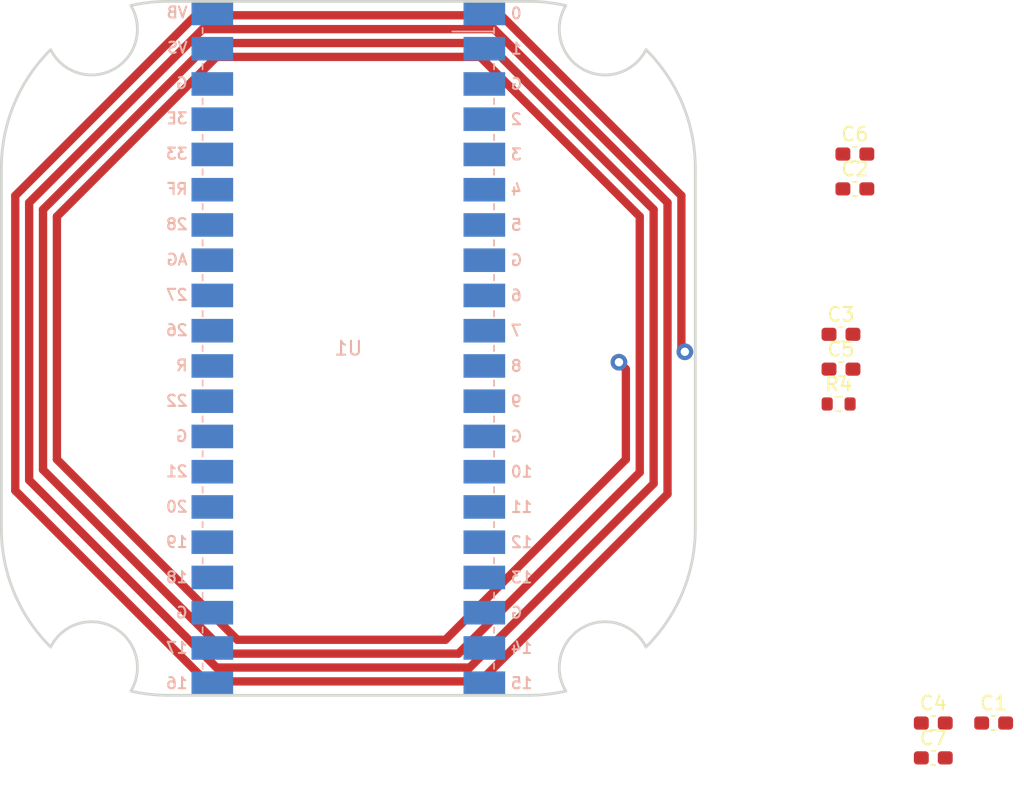
<source format=kicad_pcb>
(kicad_pcb (version 20211014) (generator pcbnew)
  (title_block (title "Teeny Controller for IIDX"))
  (layers (0 "F.Cu" signal) (31 "B.Cu" signal) (34 "B.Paste" user) (35 "F.Paste" user) (36 "B.SilkS" user "B.Silkscreen") (37 "F.SilkS" user "F.Silkscreen") (38 "B.Mask" user) (39 "F.Mask" user) (44 "Edge.Cuts" user))
  (net 0 "")
  (net 1 "+5V")
  (net 2 "GND")
  (net 3 "+3V3")
  (net 5 "Net-(R4-Pad2)")
  (net 12 "/SDA")
  (net 13 "/SCL")
  (footprint "Capacitor_SMD:C_0603_1608Metric_Pad1.08x0.95mm_HandSolder" (layer "F.Cu") (at 181.82 140.4)
    (fp_text reference "C1" (at 0 -1.43) (layer "F.SilkS"))
    (fp_text value "0.1uF")
    (fp_line (start -0.146267 -0.51) (end 0.146267 -0.51) (layer "F.SilkS") (width 0.12))
    (fp_line (start -0.146267 0.51) (end 0.146267 0.51) (layer "F.SilkS") (width 0.12))
    (pad "1" smd roundrect (at -0.8625 0) (size 1.075 0.95) (layers "F.Cu" "F.Paste" "F.Mask") (net 1 "+5V"))
    (pad "2" smd roundrect (at 0.8625 0) (size 1.075 0.95) (layers "F.Cu" "F.Paste" "F.Mask") (net 2 "GND"))
  )
  (footprint "Capacitor_SMD:C_0603_1608Metric_Pad1.08x0.95mm_HandSolder" (layer "F.Cu") (at 170.82 114.9)
    (fp_text reference "C5" (at 0 -1.43) (layer "F.SilkS"))
    (fp_text value "0.1uF")
    (fp_line (start -0.146267 -0.51) (end 0.146267 -0.51) (layer "F.SilkS") (width 0.12))
    (fp_line (start -0.146267 0.51) (end 0.146267 0.51) (layer "F.SilkS") (width 0.12))
    (pad "1" smd roundrect (at -0.8625 0) (size 1.075 0.95) (layers "F.Cu" "F.Paste" "F.Mask") (net 3 "+3V3"))
    (pad "2" smd roundrect (at 0.8625 0) (size 1.075 0.95) (layers "F.Cu" "F.Paste" "F.Mask") (net 2 "GND"))
  )
  (footprint "Capacitor_SMD:C_0603_1608Metric_Pad1.08x0.95mm_HandSolder" (layer "F.Cu") (at 171.82 99.4)
    (fp_text reference "C6" (at 0 -1.43) (layer "F.SilkS"))
    (fp_text value "0.1uF")
    (fp_line (start -0.146267 0.51) (end 0.146267 0.51) (layer "F.SilkS") (width 0.12))
    (fp_line (start -0.146267 -0.51) (end 0.146267 -0.51) (layer "F.SilkS") (width 0.12))
    (pad "1" smd roundrect (at -0.8625 0) (size 1.075 0.95) (layers "F.Cu" "F.Paste" "F.Mask") (net 3 "+3V3"))
    (pad "2" smd roundrect (at 0.8625 0) (size 1.075 0.95) (layers "F.Cu" "F.Paste" "F.Mask") (net 2 "GND"))
  )
  (footprint "Capacitor_SMD:C_0603_1608Metric_Pad1.08x0.95mm_HandSolder" (layer "F.Cu") (at 177.47 142.91)
    (fp_text reference "C7" (at 0 -1.43) (layer "F.SilkS"))
    (fp_text value "0.1uF")
    (fp_line (start -0.146267 -0.51) (end 0.146267 -0.51) (layer "F.SilkS") (width 0.12))
    (fp_line (start -0.146267 0.51) (end 0.146267 0.51) (layer "F.SilkS") (width 0.12))
    (pad "1" smd roundrect (at -0.8625 0) (size 1.075 0.95) (layers "F.Cu" "F.Paste" "F.Mask") (net 3 "+3V3"))
    (pad "2" smd roundrect (at 0.8625 0) (size 1.075 0.95) (layers "F.Cu" "F.Paste" "F.Mask") (net 2 "GND"))
  )
  (footprint "Resistor_SMD:R_0603_1608Metric" (layer "F.Cu") (at 170.65 117.41)
    (fp_text reference "R4" (at 0 -1.43) (layer "F.SilkS"))
    (fp_text value "10")
    (fp_line (start -0.237258 -0.5225) (end 0.237258 -0.5225) (layer "F.SilkS") (width 0.12))
    (fp_line (start -0.237258 0.5225) (end 0.237258 0.5225) (layer "F.SilkS") (width 0.12))
    (pad "1" smd roundrect (at -0.825 0) (size 0.8 0.95) (layers "F.Cu" "F.Paste" "F.Mask"))
    (pad "2" smd roundrect (at 0.825 0) (size 0.8 0.95) (layers "F.Cu" "F.Paste" "F.Mask") (net 5 "Net-(R4-Pad2)"))
  )
  (footprint "Capacitor_SMD:C_0603_1608Metric_Pad1.08x0.95mm_HandSolder" (layer "F.Cu") (at 171.82 101.91)
    (fp_text reference "C2" (at 0 -1.43) (layer "F.SilkS"))
    (fp_text value "0.1uF")
    (fp_line (start -0.146267 -0.51) (end 0.146267 -0.51) (layer "F.SilkS") (width 0.12))
    (fp_line (start -0.146267 0.51) (end 0.146267 0.51) (layer "F.SilkS") (width 0.12))
    (pad "1" smd roundrect (at -0.8625 0) (size 1.075 0.95) (layers "F.Cu" "F.Paste" "F.Mask") (net 1 "+5V"))
    (pad "2" smd roundrect (at 0.8625 0) (size 1.075 0.95) (layers "F.Cu" "F.Paste" "F.Mask") (net 2 "GND"))
  )
  (footprint "Capacitor_SMD:C_0603_1608Metric_Pad1.08x0.95mm_HandSolder" (layer "F.Cu") (at 177.47 140.4)
    (fp_text reference "C4" (at 0 -1.43) (layer "F.SilkS"))
    (fp_text value "0.1uF")
    (fp_line (start -0.146267 -0.51) (end 0.146267 -0.51) (layer "F.SilkS") (width 0.12))
    (fp_line (start -0.146267 0.51) (end 0.146267 0.51) (layer "F.SilkS") (width 0.12))
    (pad "1" smd roundrect (at -0.8625 0) (size 1.075 0.95) (layers "F.Cu" "F.Paste" "F.Mask") (net 3 "+3V3"))
    (pad "2" smd roundrect (at 0.8625 0) (size 1.075 0.95) (layers "F.Cu" "F.Paste" "F.Mask") (net 2 "GND"))
  )
  (footprint "Capacitor_SMD:C_0603_1608Metric_Pad1.08x0.95mm_HandSolder" (layer "F.Cu") (at 170.82 112.39)
    (fp_text reference "C3" (at 0 -1.43) (layer "F.SilkS"))
    (fp_text value "0.1uF")
    (fp_line (start -0.146267 -0.51) (end 0.146267 -0.51) (layer "F.SilkS") (width 0.12))
    (fp_line (start -0.146267 0.51) (end 0.146267 0.51) (layer "F.SilkS") (width 0.12))
    (pad "1" smd roundrect (at -0.8625 0) (size 1.075 0.95) (layers "F.Cu" "F.Paste" "F.Mask") (net 1 "+5V"))
    (pad "2" smd roundrect (at 0.8625 0) (size 1.075 0.95) (layers "F.Cu" "F.Paste" "F.Mask") (net 2 "GND"))
  )
  (footprint "aic_pico:RPi_Pico_SMD_No_USB" (layer "B.Cu") (at 135.32 113.4 180)
    (fp_text reference "U1" (at 0 0) (layer "B.SilkS") (effects (justify mirror)))
    (fp_text value "Pico")
    (fp_text user "9" (at -12.1 -3.81) (layer "B.SilkS") (effects (font (size 0.8 0.8)) (justify mirror)))
    (fp_text user "14" (at -12.480952 -21.59) (layer "B.SilkS") (effects (font (size 0.8 0.8)) (justify mirror)))
    (fp_text user "21" (at 12.361905 -8.867892) (layer "B.SilkS") (effects (font (size 0.8 0.8)) (justify mirror)))
    (fp_text user "33" (at 12.361905 14.025264) (layer "B.SilkS") (effects (font (size 0.8 0.8)) (justify mirror)))
    (fp_text user "22" (at 12.361905 -3.780524) (layer "B.SilkS") (effects (font (size 0.8 0.8)) (justify mirror)))
    (fp_text user "G" (at -12.119047 -6.35) (layer "B.SilkS") (effects (font (size 0.8 0.8)) (justify mirror)))
    (fp_text user "8" (at -12.1 -1.27) (layer "B.SilkS") (effects (font (size 0.8 0.8)) (justify mirror)))
    (fp_text user "5" (at -12.1 8.89) (layer "B.SilkS") (effects (font (size 0.8 0.8)) (justify mirror)))
    (fp_text user "20" (at 12.361905 -11.411576) (layer "B.SilkS") (effects (font (size 0.8 0.8)) (justify mirror)))
    (fp_text user "7" (at -12.1 1.27) (layer "B.SilkS") (effects (font (size 0.8 0.8)) (justify mirror)))
    (fp_text user "12" (at -12.480952 -13.97) (layer "B.SilkS") (effects (font (size 0.8 0.8)) (justify mirror)))
    (fp_text user "18" (at 12.361905 -16.498944) (layer "B.SilkS") (effects (font (size 0.8 0.8)) (justify mirror)))
    (fp_text user "2" (at -12.1 16.51) (layer "B.SilkS") (effects (font (size 0.8 0.8)) (justify mirror)))
    (fp_text user "1" (at -12.1 21.59) (layer "B.SilkS") (effects (font (size 0.8 0.8)) (justify mirror)))
    (fp_text user "0" (at -12.1 24.13) (layer "B.SilkS") (effects (font (size 0.8 0.8)) (justify mirror)))
    (fp_text user "11" (at -12.480952 -11.43) (layer "B.SilkS") (effects (font (size 0.8 0.8)) (justify mirror)))
    (fp_text user "15" (at -12.480952 -24.13) (layer "B.SilkS") (effects (font (size 0.8 0.8)) (justify mirror)))
    (fp_text user "28" (at 12.361905 8.937896) (layer "B.SilkS") (effects (font (size 0.8 0.8)) (justify mirror)))
    (fp_text user "AG" (at 12.342857 6.394212) (layer "B.SilkS") (effects (font (size 0.8 0.8)) (justify mirror)))
    (fp_text user "26" (at 12.361905 1.306844) (layer "B.SilkS") (effects (font (size 0.8 0.8)) (justify mirror)))
    (fp_text user "19" (at 12.361905 -13.95526) (layer "B.SilkS") (effects (font (size 0.8 0.8)) (justify mirror)))
    (fp_text user "VB" (at 12.342857 24.2) (layer "B.SilkS") (effects (font (size 0.8 0.8)) (justify mirror)))
    (fp_text user "10" (at -12.480952 -8.89) (layer "B.SilkS") (effects (font (size 0.8 0.8)) (justify mirror)))
    (fp_text user "16" (at 12.361905 -24.13) (layer "B.SilkS") (effects (font (size 0.8 0.8)) (justify mirror)))
    (fp_text user "G" (at 12 -6.324208) (layer "B.SilkS") (effects (font (size 0.8 0.8)) (justify mirror)))
    (fp_text user "G" (at -12.119047 6.35) (layer "B.SilkS") (effects (font (size 0.8 0.8)) (justify mirror)))
    (fp_text user "3" (at -12.1 13.97) (layer "B.SilkS") (effects (font (size 0.8 0.8)) (justify mirror)))
    (fp_text user "G" (at 12 19.112632) (layer "B.SilkS") (effects (font (size 0.8 0.8)) (justify mirror)))
    (fp_text user "13" (at -12.480952 -16.51) (layer "B.SilkS") (effects (font (size 0.8 0.8)) (justify mirror)))
    (fp_text user "G" (at 12 -19.042628) (layer "B.SilkS") (effects (font (size 0.8 0.8)) (justify mirror)))
    (fp_text user "G" (at -12.119047 -19.05) (layer "B.SilkS") (effects (font (size 0.8 0.8)) (justify mirror)))
    (fp_text user "VS" (at 12.323809 21.656316) (layer "B.SilkS") (effects (font (size 0.8 0.8)) (justify mirror)))
    (fp_text user "R" (at 12 -1.23684) (layer "B.SilkS") (effects (font (size 0.8 0.8)) (justify mirror)))
    (fp_text user "RF" (at 12.342857 11.48158) (layer "B.SilkS") (effects (font (size 0.8 0.8)) (justify mirror)))
    (fp_text user "3E" (at 12.342857 16.568948) (layer "B.SilkS") (effects (font (size 0.8 0.8)) (justify mirror)))
    (fp_text user "4" (at -12.1 11.43) (layer "B.SilkS") (effects (font (size 0.8 0.8)) (justify mirror)))
    (fp_text user "6" (at -12.1 3.81) (layer "B.SilkS") (effects (font (size 0.8 0.8)) (justify mirror)))
    (fp_text user "G" (at -12.119047 19.05) (layer "B.SilkS") (effects (font (size 0.8 0.8)) (justify mirror)))
    (fp_text user "27" (at 12.361905 3.850528) (layer "B.SilkS") (effects (font (size 0.8 0.8)) (justify mirror)))
    (fp_text user "17" (at 12.361905 -21.586312) (layer "B.SilkS") (effects (font (size 0.8 0.8)) (justify mirror)))
    (fp_line (start -10.5 -4.9) (end -10.5 -5.3) (layer "B.SilkS") (width 0.12))
    (fp_line (start -10.5 0.2) (end -10.5 -0.2) (layer "B.SilkS") (width 0.12))
    (fp_line (start 10.5 -22.7) (end 10.5 -23.1) (layer "B.SilkS") (width 0.12))
    (fp_line (start -10.5 -17.6) (end -10.5 -18) (layer "B.SilkS") (width 0.12))
    (fp_line (start 10.5 15.4) (end 10.5 15) (layer "B.SilkS") (width 0.12))
    (fp_line (start 10.5 18) (end 10.5 17.6) (layer "B.SilkS") (width 0.12))
    (fp_line (start 10.5 -17.6) (end 10.5 -18) (layer "B.SilkS") (width 0.12))
    (fp_line (start -10.5 -12.5) (end -10.5 -12.9) (layer "B.SilkS") (width 0.12))
    (fp_line (start -10.5 12.9) (end -10.5 12.5) (layer "B.SilkS") (width 0.12))
    (fp_line (start 10.5 7.8) (end 10.5 7.4) (layer "B.SilkS") (width 0.12))
    (fp_line (start 10.5 -4.9) (end 10.5 -5.3) (layer "B.SilkS") (width 0.12))
    (fp_line (start 10.5 10.4) (end 10.5 10) (layer "B.SilkS") (width 0.12))
    (fp_line (start 10.5 2.7) (end 10.5 2.3) (layer "B.SilkS") (width 0.12))
    (fp_line (start -10.5 2.7) (end -10.5 2.3) (layer "B.SilkS") (width 0.12))
    (fp_line (start 10.5 -10) (end 10.5 -10.4) (layer "B.SilkS") (width 0.12))
    (fp_line (start -10.5 -2.3) (end -10.5 -2.7) (layer "B.SilkS") (width 0.12))
    (fp_line (start -10.5 -20.1) (end -10.5 -20.5) (layer "B.SilkS") (width 0.12))
    (fp_line (start 10.5 -12.5) (end 10.5 -12.9) (layer "B.SilkS") (width 0.12))
    (fp_line (start 10.5 -15.1) (end 10.5 -15.5) (layer "B.SilkS") (width 0.12))
    (fp_line (start 10.5 0.2) (end 10.5 -0.2) (layer "B.SilkS") (width 0.12))
    (fp_line (start 10.5 20.5) (end 10.5 20.1) (layer "B.SilkS") (width 0.12))
    (fp_line (start -10.5 18) (end -10.5 17.6) (layer "B.SilkS") (width 0.12))
    (fp_line (start 10.5 23.1) (end 10.5 22.7) (layer "B.SilkS") (width 0.12))
    (fp_line (start -10.5 5.3) (end -10.5 4.9) (layer "B.SilkS") (width 0.12))
    (fp_line (start -10.5 23.1) (end -10.5 22.7) (layer "B.SilkS") (width 0.12))
    (fp_line (start 10.5 12.9) (end 10.5 12.5) (layer "B.SilkS") (width 0.12))
    (fp_line (start -10.5 20.5) (end -10.5 20.1) (layer "B.SilkS") (width 0.12))
    (fp_line (start -10.5 7.8) (end -10.5 7.4) (layer "B.SilkS") (width 0.12))
    (fp_line (start 10.5 -2.3) (end 10.5 -2.7) (layer "B.SilkS") (width 0.12))
    (fp_line (start -10.5 -22.7) (end -10.5 -23.1) (layer "B.SilkS") (width 0.12))
    (fp_line (start -10.5 -15.1) (end -10.5 -15.5) (layer "B.SilkS") (width 0.12))
    (fp_line (start -10.5 15.4) (end -10.5 15) (layer "B.SilkS") (width 0.12))
    (fp_line (start -10.5 22.833) (end -7.493 22.833) (layer "B.SilkS") (width 0.12))
    (fp_line (start -10.5 -10) (end -10.5 -10.4) (layer "B.SilkS") (width 0.12))
    (fp_line (start 10.5 5.3) (end 10.5 4.9) (layer "B.SilkS") (width 0.12))
    (fp_line (start 10.5 -20.1) (end 10.5 -20.5) (layer "B.SilkS") (width 0.12))
    (fp_line (start 10.5 -7.4) (end 10.5 -7.8) (layer "B.SilkS") (width 0.12))
    (fp_line (start -10.5 -7.4) (end -10.5 -7.8) (layer "B.SilkS") (width 0.12))
    (fp_line (start -10.5 10.4) (end -10.5 10) (layer "B.SilkS") (width 0.12))
    (pad "1" smd rect (at -9.8 24.13 180) (size 3 1.7) (layers "B.Cu" "B.Mask"))
    (pad "2" smd rect (at -9.8 21.59 180) (size 3 1.7) (layers "B.Cu" "B.Mask"))
    (pad "3" smd rect (at -9.8 19.05 180) (size 3 1.7) (layers "B.Cu" "B.Mask") (net 2 "GND"))
    (pad "4" smd rect (at -9.8 16.51 180) (size 3 1.7) (layers "B.Cu" "B.Mask"))
    (pad "5" smd rect (at -9.8 13.97 180) (size 3 1.7) (layers "B.Cu" "B.Mask"))
    (pad "6" smd rect (at -9.8 11.43 180) (size 3 1.7) (layers "B.Cu" "B.Mask"))
    (pad "7" smd rect (at -9.8 8.89 180) (size 3 1.7) (layers "B.Cu" "B.Mask"))
    (pad "8" smd rect (at -9.8 6.35 180) (size 3 1.7) (layers "B.Cu" "B.Mask") (net 2 "GND"))
    (pad "9" smd rect (at -9.8 3.81 180) (size 3 1.7) (layers "B.Cu" "B.Mask") (net 12 "/SDA"))
    (pad "10" smd rect (at -9.8 1.27 180) (size 3 1.7) (layers "B.Cu" "B.Mask") (net 13 "/SCL"))
    (pad "11" smd rect (at -9.8 -1.27 180) (size 3 1.7) (layers "B.Cu" "B.Mask"))
    (pad "12" smd rect (at -9.8 -3.81 180) (size 3 1.7) (layers "B.Cu" "B.Mask"))
    (pad "13" smd rect (at -9.8 -6.35 180) (size 3 1.7) (layers "B.Cu" "B.Mask") (net 2 "GND"))
    (pad "14" smd rect (at -9.8 -8.89 180) (size 3 1.7) (layers "B.Cu" "B.Mask"))
    (pad "15" smd rect (at -9.8 -11.43 180) (size 3 1.7) (layers "B.Cu" "B.Mask"))
    (pad "16" smd rect (at -9.8 -13.97 180) (size 3 1.7) (layers "B.Cu" "B.Mask"))
    (pad "17" smd rect (at -9.8 -16.51 180) (size 3 1.7) (layers "B.Cu" "B.Mask") (net 5 "Net-(R4-Pad2)"))
    (pad "18" smd rect (at -9.8 -19.05 180) (size 3 1.7) (layers "B.Cu" "B.Mask") (net 2 "GND"))
    (pad "19" smd rect (at -9.8 -21.59 180) (size 3 1.7) (layers "B.Cu" "B.Mask"))
    (pad "20" smd rect (at -9.8 -24.13 180) (size 3 1.7) (layers "B.Cu" "B.Mask"))
    (pad "21" smd rect (at 9.8 -24.13 180) (size 3 1.7) (layers "B.Cu" "B.Mask"))
    (pad "22" smd rect (at 9.8 -21.59 180) (size 3 1.7) (layers "B.Cu" "B.Mask"))
    (pad "23" smd rect (at 9.8 -19.05 180) (size 3 1.7) (layers "B.Cu" "B.Mask") (net 2 "GND"))
    (pad "24" smd rect (at 9.8 -16.51 180) (size 3 1.7) (layers "B.Cu" "B.Mask"))
    (pad "25" smd rect (at 9.8 -13.97 180) (size 3 1.7) (layers "B.Cu" "B.Mask"))
    (pad "26" smd rect (at 9.8 -11.43 180) (size 3 1.7) (layers "B.Cu" "B.Mask"))
    (pad "27" smd rect (at 9.8 -8.89 180) (size 3 1.7) (layers "B.Cu" "B.Mask"))
    (pad "28" smd rect (at 9.8 -6.35 180) (size 3 1.7) (layers "B.Cu" "B.Mask") (net 2 "GND"))
    (pad "29" smd rect (at 9.8 -3.81 180) (size 3 1.7) (layers "B.Cu" "B.Mask"))
    (pad "30" smd rect (at 9.8 -1.27 180) (size 3 1.7) (layers "B.Cu" "B.Mask"))
    (pad "31" smd rect (at 9.8 1.27 180) (size 3 1.7) (layers "B.Cu" "B.Mask"))
    (pad "32" smd rect (at 9.8 3.81 180) (size 3 1.7) (layers "B.Cu" "B.Mask"))
    (pad "33" smd rect (at 9.8 6.35 180) (size 3 1.7) (layers "B.Cu" "B.Mask") (net 2 "GND"))
    (pad "34" smd rect (at 9.8 8.89 180) (size 3 1.7) (layers "B.Cu" "B.Mask"))
    (pad "35" smd rect (at 9.8 11.43 180) (size 3 1.7) (layers "B.Cu" "B.Mask"))
    (pad "36" smd rect (at 9.8 13.97 180) (size 3 1.7) (layers "B.Cu" "B.Mask") (net 3 "+3V3"))
    (pad "37" smd rect (at 9.8 16.51 180) (size 3 1.7) (layers "B.Cu" "B.Mask"))
    (pad "38" smd rect (at 9.8 19.05 180) (size 3 1.7) (layers "B.Cu" "B.Mask") (net 2 "GND"))
    (pad "39" smd rect (at 9.8 21.59 180) (size 3 1.7) (layers "B.Cu" "B.Mask") (net 1 "+5V"))
    (pad "40" smd rect (at 9.8 24.13 180) (size 3 1.7) (layers "B.Cu" "B.Mask"))
  )
  (gr_line (start 148.32 138.399999) (end 122.32 138.399999) (layer "Edge.Cuts") (width 0.2))
  (gr_line (start 160.32 126.399999) (end 160.32 100.399999) (layer "Edge.Cuts") (width 0.2))
  (gr_arc (start 119.649044 88.701025) (mid 118.410332 93.29151) (end 113.870189 91.879395) (layer "Edge.Cuts") (width 0.2))
  (gr_arc (start 150.990956 138.098973) (mid 152.229668 133.508486) (end 156.769811 134.920603) (layer "Edge.Cuts") (width 0.2))
  (gr_arc (start 110.32 100.399999) (mid 111.243048 95.784684) (end 113.870189 91.879395) (layer "Edge.Cuts") (width 0.2))
  (gr_arc (start 113.870189 134.920603) (mid 111.243048 131.015314) (end 110.32 126.399999) (layer "Edge.Cuts") (width 0.2))
  (gr_arc (start 122.32 138.399999) (mid 120.976067 138.324505) (end 119.649044 138.098973) (layer "Edge.Cuts") (width 0.2))
  (gr_arc (start 156.769811 91.879395) (mid 159.396952 95.784684) (end 160.32 100.399999) (layer "Edge.Cuts") (width 0.2))
  (gr_arc (start 160.32 126.399999) (mid 159.396952 131.015314) (end 156.769811 134.920603) (layer "Edge.Cuts") (width 0.2))
  (gr_arc (start 156.769811 91.879395) (mid 152.229668 93.291511) (end 150.990956 88.701025) (layer "Edge.Cuts") (width 0.2))
  (gr_arc (start 150.990956 138.098973) (mid 149.663933 138.324505) (end 148.32 138.399999) (layer "Edge.Cuts") (width 0.2))
  (gr_arc (start 113.870189 134.920603) (mid 118.410332 133.508487) (end 119.649044 138.098973) (layer "Edge.Cuts") (width 0.2))
  (gr_line (start 148.32 88.399999) (end 122.32 88.399999) (layer "Edge.Cuts") (width 0.2))
  (gr_line (start 110.32 126.399999) (end 110.32 100.399999) (layer "Edge.Cuts") (width 0.2))
  (gr_arc (start 148.32 88.399999) (mid 149.663933 88.475493) (end 150.990956 88.701025) (layer "Edge.Cuts") (width 0.2))
  (gr_arc (start 119.649044 88.701025) (mid 120.976067 88.475493) (end 122.32 88.399999) (layer "Edge.Cuts") (width 0.2))
  (segment (start 158.32 102.9) (end 158.32 123.9) (width 0.6) (layer "F.Cu") (net 0))
  (segment (start 112.32 122.9) (end 112.32 102.9) (width 0.6) (layer "F.Cu") (net 0))
  (segment (start 158.32 123.9) (end 144.82 137.4) (width 0.6) (layer "F.Cu") (net 0))
  (segment (start 157.32 123.15) (end 144.07 136.4) (width 0.6) (layer "F.Cu") (net 0))
  (segment (start 124.32 89.4) (end 146.32 89.4) (width 0.6) (layer "F.Cu") (net 0))
  (segment (start 144.82 137.4) (end 125.07 137.4) (width 0.6) (layer "F.Cu") (net 0))
  (segment (start 126.57 135.4) (end 113.32 122.15) (width 0.6) (layer "F.Cu") (net 0))
  (segment (start 111.32 102.4) (end 124.32 89.4) (width 0.6) (layer "F.Cu") (net 0))
  (segment (start 111.32 123.65) (end 111.32 102.4) (width 0.6) (layer "F.Cu") (net 0))
  (segment (start 114.32 121.4) (end 114.32 103.9) (width 0.6) (layer "F.Cu") (net 0))
  (segment (start 144.82 92.4) (end 156.32 103.9) (width 0.6) (layer "F.Cu") (net 0))
  (segment (start 157.32 103.4) (end 157.32 123.15) (width 0.6) (layer "F.Cu") (net 0))
  (segment (start 159.32 102.4) (end 159.32 113.4) (width 0.6) (layer "F.Cu") (net 0))
  (segment (start 125.32 91.4) (end 145.32 91.4) (width 0.6) (layer "F.Cu") (net 0))
  (segment (start 113.32 122.15) (end 113.32 103.4) (width 0.6) (layer "F.Cu") (net 0))
  (segment (start 142.32 134.4) (end 127.32 134.4) (width 0.6) (layer "F.Cu") (net 0))
  (segment (start 113.32 103.4) (end 125.32 91.4) (width 0.6) (layer "F.Cu") (net 0))
  (segment (start 156.32 122.3375) (end 143.2575 135.4) (width 0.6) (layer "F.Cu") (net 0))
  (segment (start 154.82 114.4) (end 155.32 114.9) (width 0.6) (layer "F.Cu") (net 0))
  (segment (start 112.32 102.9) (end 124.82 90.4) (width 0.6) (layer "F.Cu") (net 0))
  (segment (start 145.82 90.4) (end 158.32 102.9) (width 0.6) (layer "F.Cu") (net 0))
  (segment (start 156.32 103.9) (end 156.32 122.3375) (width 0.6) (layer "F.Cu") (net 0))
  (segment (start 145.32 91.4) (end 157.32 103.4) (width 0.6) (layer "F.Cu") (net 0))
  (segment (start 155.32 121.4) (end 142.32 134.4) (width 0.6) (layer "F.Cu") (net 0))
  (segment (start 125.07 137.4) (end 111.32 123.65) (width 0.6) (layer "F.Cu") (net 0))
  (segment (start 114.32 103.9) (end 125.82 92.4) (width 0.6) (layer "F.Cu") (net 0))
  (segment (start 124.82 90.4) (end 145.82 90.4) (width 0.6) (layer "F.Cu") (net 0))
  (segment (start 127.32 134.4) (end 114.32 121.4) (width 0.6) (layer "F.Cu") (net 0))
  (segment (start 125.82 92.4) (end 144.82 92.4) (width 0.6) (layer "F.Cu") (net 0))
  (segment (start 155.32 114.9) (end 155.32 121.4) (width 0.6) (layer "F.Cu") (net 0))
  (segment (start 159.32 113.4) (end 159.57 113.65) (width 0.6) (layer "F.Cu") (net 0))
  (segment (start 143.2575 135.4) (end 126.57 135.4) (width 0.6) (layer "F.Cu") (net 0))
  (segment (start 144.07 136.4) (end 125.82 136.4) (width 0.6) (layer "F.Cu") (net 0))
  (segment (start 146.32 89.4) (end 159.32 102.4) (width 0.6) (layer "F.Cu") (net 0))
  (segment (start 125.82 136.4) (end 112.32 122.9) (width 0.6) (layer "F.Cu") (net 0))
  (via (at 159.57 113.65) (size 1.2) (drill 0.6) (layers "F.Cu" "B.Cu") (net 0))
  (via (at 154.82 114.4) (size 1.2) (drill 0.6) (layers "F.Cu" "B.Cu") (net 0))
)
</source>
